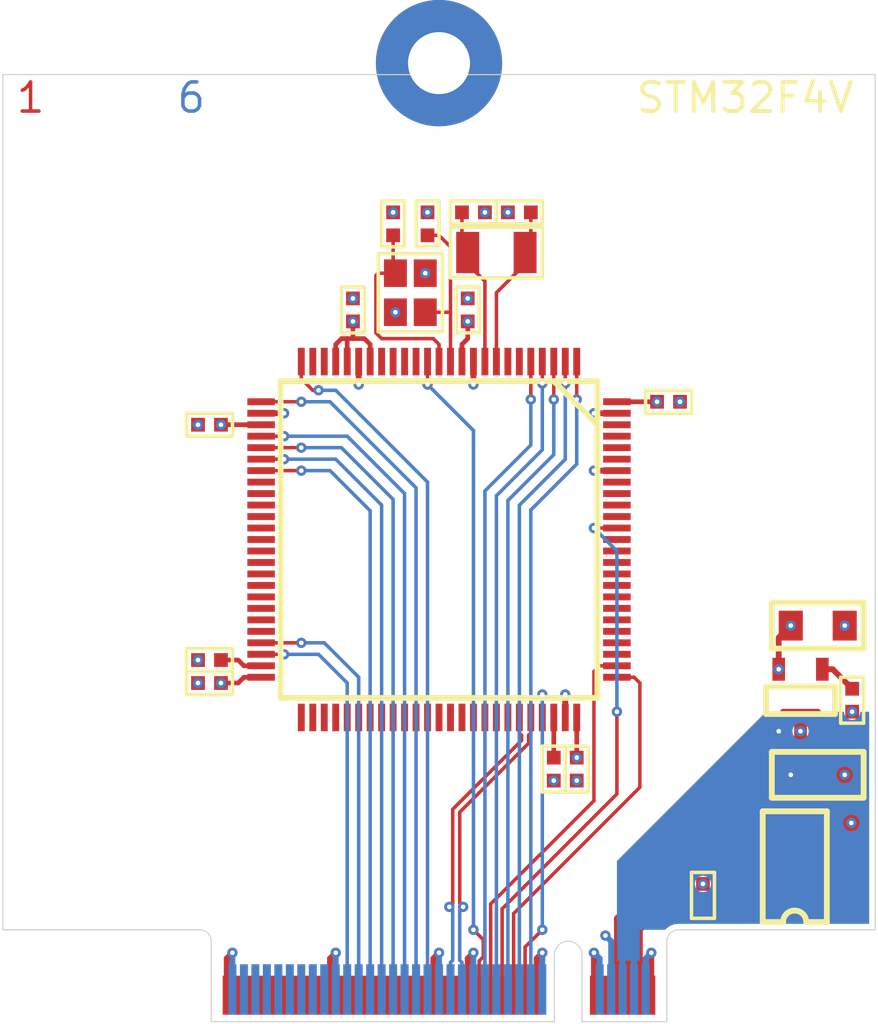
<source format=kicad_pcb>
(kicad_pcb (version 20240108) (generator "pcbnew") (generator_version "8.0")
  (layers (0 "F.Cu" signal "Top Layer") (1 "In1.Cu" signal "Signal Layer 1") (2 "In2.Cu" signal "Signal Layer 2") (3 "In3.Cu" signal "Signal Layer 3") (4 "In4.Cu" signal "Signal Layer 4") (31 "B.Cu" signal "Bottom Layer") (34 "B.Paste" user "Bottom Paste") (35 "F.Paste" user "Top Paste") (36 "B.SilkS" user "Bottom Overlay") (37 "F.SilkS" user "Top Overlay") (38 "B.Mask" user "Bottom Solder") (39 "F.Mask" user "Top Solder") (44 "Edge.Cuts" user))
  (net 0 "")
  (net 1 "VIN")
  (net 2 "TRACED3")
  (net 3 "TRACED2")
  (net 4 "TRACED1")
  (net 5 "TRACED0")
  (net 6 "TRACECLK")
  (net 7 "NRST")
  (net 8 "JTMS")
  (net 9 "JTDO")
  (net 10 "JTDI")
  (net 11 "JTCK")
  (net 12 "GPIO7")
  (net 13 "GPIO6")
  (net 14 "GPIO5")
  (net 15 "GPIO4")
  (net 16 "GPIO3")
  (net 17 "GPIO2")
  (net 18 "GPIO1")
  (net 19 "GPIO0")
  (net 20 "D_P")
  (net 21 "D_N")
  (net 22 "GND")
  (net 23 "MGMT_SCL")
  (net 24 "MGMT_SDA")
  (net 25 "VMGMT")
  (net 26 "NetC2_2")
  (net 27 "NetC3_2")
  (net 28 "NetC8_1")
  (net 29 "NetC9_1")
  (net 30 "NetC15_2")
  (net 31 "NetC16_2")
  (net 32 "NetC17_2")
  (net 33 "V3.3")
  (footprint "misc.IntLib:0402" (layer "F.Cu") (at 158.5011 98.6286 180)
    (property "Reference" "C5" (hide yes))
    (property "Value" "100n" (hide yes))
  )
  (footprint "misc.IntLib:XTAL-2520-4SMD" (layer "F.Cu") (at 147.2511 93.8786 90)
    (property "Reference" "Y1" (hide yes))
    (property "Value" "12MHz" (hide yes))
  )
  (footprint "misc.IntLib:0402" (layer "F.Cu") (at 154.5011 114.6286 90)
    (property "Reference" "C10" (hide yes))
    (property "Value" "100n" (hide yes))
  )
  (footprint "misc.IntLib:0402" (layer "F.Cu") (at 152.0011 90.3786)
    (property "Reference" "C17" (hide yes))
    (property "Value" "22p" (hide yes))
  )
  (footprint "misc.IntLib:SOT23-5" (layer "F.Cu") (at 164.2511 111.6286)
    (property "Reference" "U3" (hide yes))
    (property "Value" "RT9193-33" (hide yes))
  )
  (footprint "misc.IntLib:0402" (layer "F.Cu") (at 138.5011 109.8786)
    (property "Reference" "C3" (hide yes))
    (property "Value" "2.2u" (hide yes))
  )
  (footprint "misc.IntLib:0402" (layer "F.Cu") (at 150.0011 90.3786 180)
    (property "Reference" "C16" (hide yes))
    (property "Value" "22p" (hide yes))
  )
  (footprint "misc.IntLib:SO8" (layer "F.Cu") (at 164.0011 118.8786 90)
    (property "Reference" "U1" (hide yes))
    (property "Value" "24Cxx" (hide yes))
  )
  (footprint "misc.IntLib:0402" (layer "F.Cu") (at 138.5011 99.6286)
    (property "Reference" "C11" (hide yes))
    (property "Value" "100n" (hide yes))
  )
  (footprint "misc.IntLib:0402" (layer "F.Cu") (at 160.0011 120.1286 -90)
    (property "Reference" "C1" (hide yes))
    (property "Value" "100nF" (hide yes))
  )
  (footprint "misc.IntLib:M.2_B_EDGE" (layer "F.Cu") (at 148.5011 121.6286)
    (property "Reference" "P1" (hide yes))
    (property "Value" "M.2_B" (hide yes))
  )
  (footprint "misc.IntLib:0402" (layer "F.Cu") (at 138.5011 110.8786)
    (property "Reference" "C12" (hide yes))
    (property "Value" "100n" (hide yes))
  )
  (footprint "misc.IntLib:0402" (layer "F.Cu") (at 144.7511 94.6286 -90)
    (property "Reference" "C6" (hide yes))
    (property "Value" "100n" (hide yes))
  )
  (footprint "misc.IntLib:XTAL-3215" (layer "F.Cu") (at 151.0011 92.1286)
    (property "Reference" "Y2" (hide yes))
    (property "Value" "32.768kHz" (hide yes))
  )
  (footprint "misc.IntLib:0805" (layer "F.Cu") (at 165.0011 114.8786 180)
    (property "Reference" "C13" (hide yes))
    (property "Value" "22uF" (hide yes))
  )
  (footprint "misc.IntLib:0402" (layer "F.Cu") (at 146.5011 90.8786 90)
    (property "Reference" "C9" (hide yes))
    (property "Value" "10p" (hide yes))
  )
  (footprint "misc.IntLib:QFP100" (layer "F.Cu") (at 148.5011 104.6286 180)
    (property "Reference" "U2" (hide yes))
    (property "Value" "STM32F407VG" (hide yes))
  )
  (footprint "misc.IntLib:0402" (layer "F.Cu") (at 153.5011 114.6286 90)
    (property "Reference" "C2" (hide yes))
    (property "Value" "2.2u" (hide yes))
  )
  (footprint "misc.IntLib:0402" (layer "F.Cu") (at 148.0011 90.8786 90)
    (property "Reference" "C8" (hide yes))
    (property "Value" "10p" (hide yes))
  )
  (footprint "" (layer "F.Cu") (at 148.5011 83.8786)
    (property "Reference" "")
    (property "Value" "")
  )
  (footprint "misc.IntLib:0402" (layer "F.Cu") (at 149.7511 94.6286 -90)
    (property "Reference" "C4" (hide yes))
    (property "Value" "100n" (hide yes))
  )
  (footprint "misc.IntLib:0805" (layer "F.Cu") (at 165.0011 108.3786 180)
    (property "Reference" "C14" (hide yes))
    (property "Value" "22uF" (hide yes))
  )
  (footprint "misc.IntLib:0402" (layer "F.Cu") (at 166.5011 111.6286 90)
    (property "Reference" "C15" (hide yes))
    (property "Value" "100nF" (hide yes))
  )
  (gr_arc (start 138.0761 121.6286) (mid 138.429653 121.775047) (end 138.5761 122.1286) (stroke (width 0.05)) (layer "Edge.Cuts"))
  (gr_line (start 129.5011 84.3786) (end 167.5011 84.3786) (stroke (width 0.05)) (layer "Edge.Cuts"))
  (gr_line (start 153.5261 122.7286) (end 153.5261 125.6286) (stroke (width 0.05)) (layer "Edge.Cuts"))
  (gr_line (start 153.5261 125.6286) (end 138.5761 125.6286) (stroke (width 0.05)) (layer "Edge.Cuts"))
  (gr_line (start 167.5011 84.3786) (end 167.5011 121.6286) (stroke (width 0.05)) (layer "Edge.Cuts"))
  (gr_line (start 167.5011 121.6286) (end 158.9261 121.6286) (stroke (width 0.05)) (layer "Edge.Cuts"))
  (gr_line (start 129.5011 121.6286) (end 129.5011 84.3786) (stroke (width 0.05)) (layer "Edge.Cuts"))
  (gr_arc (start 153.5261 122.7286) (mid 153.701836 122.304336) (end 154.1261 122.1286) (stroke (width 0.05)) (layer "Edge.Cuts"))
  (gr_arc (start 158.4261 122.1286) (mid 158.572547 121.775047) (end 158.9261 121.6286) (stroke (width 0.05)) (layer "Edge.Cuts"))
  (gr_line (start 138.0761 121.6286) (end 129.5011 121.6286) (stroke (width 0.05)) (layer "Edge.Cuts"))
  (gr_line (start 158.4261 122.1286) (end 158.4261 125.6286) (stroke (width 0.05)) (layer "Edge.Cuts"))
  (gr_arc (start 154.1261 122.1286) (mid 154.550364 122.304336) (end 154.7261 122.7286) (stroke (width 0.05)) (layer "Edge.Cuts"))
  (gr_line (start 154.7261 125.6286) (end 154.7261 122.7286) (stroke (width 0.05)) (layer "Edge.Cuts"))
  (gr_line (start 158.4261 125.6286) (end 154.7261 125.6286) (stroke (width 0.05)) (layer "Edge.Cuts"))
  (gr_line (start 138.5761 125.6286) (end 138.5761 122.1286) (stroke (width 0.05)) (layer "Edge.Cuts"))
  (gr_text "1" (at 130.0011 86.1286 360) (layer "F.Cu") (effects (font (size 1.27 1.27) (thickness 0.1524)) (justify left bottom)))
  (gr_text "6" (at 137.0011 86.1286 360) (layer "B.Cu") (effects (font (size 1.27 1.27) (thickness 0.1524)) (justify left bottom)))
  (gr_text "STM32F4V" (at 157.0011 86.1286 0) (layer "F.SilkS") (effects (font (size 1.27 1.27) (thickness 0.1778)) (justify left bottom)))
  (segment (start 163.3011 114.3536) (end 163.8261 114.8786) (width 0.254) (layer "F.Cu") (net 1))
  (segment (start 163.5011 112.1286) (end 165.0011 112.1286) (width 0.254) (layer "F.Cu") (net 1))
  (segment (start 165.0011 112.1286) (end 165.2011 112.3286) (width 0.254) (layer "F.Cu") (net 1))
  (segment (start 163.2511 112.9286) (end 163.2511 112.3786) (width 0.254) (layer "F.Cu") (net 1))
  (segment (start 163.2511 112.3786) (end 163.5011 112.1286) (width 0.254) (layer "F.Cu") (net 1))
  (segment (start 163.2511 112.9286) (end 163.3011 112.9786) (width 0.254) (layer "F.Cu") (net 1))
  (segment (start 163.3011 114.3536) (end 163.3011 112.9786) (width 0.254) (layer "F.Cu") (net 1))
  (segment (start 165.2011 112.9786) (end 165.2011 112.3286) (width 0.254) (layer "F.Cu") (net 1))
  (via (at 163.8261 114.8786) (size 0.45) (drill 0.2) (layers "F.Cu" "B.Cu") (net 1))
  (via (at 163.3011 112.9786) (size 0.45) (drill 0.2) (layers "F.Cu" "B.Cu") (net 1))
  (segment (start 152.5011 98.5286) (end 152.5011 96.8786) (width 0.1524) (layer "F.Cu") (net 2))
  (via (at 152.5011 98.5286) (size 0.45) (drill 0.2) (layers "F.Cu" "B.Cu") (net 2))
  (segment (start 152.5011 100.51438) (end 152.5011 98.5286) (width 0.1524) (layer "B.Cu") (net 2))
  (segment (start 150.5011 124.2286) (end 150.5011 102.51438) (width 0.1524) (layer "B.Cu") (net 2))
  (segment (start 150.5011 102.51438) (end 152.5011 100.51438) (width 0.1524) (layer "B.Cu") (net 2))
  (segment (start 153.0011 97.8286) (end 153.0011 96.8786) (width 0.1524) (layer "F.Cu") (net 3))
  (via (at 153.0011 97.8286) (size 0.45) (drill 0.2) (layers "F.Cu" "B.Cu") (net 3))
  (segment (start 151.0011 124.2286) (end 151.0011 102.72149) (width 0.1524) (layer "B.Cu") (net 3))
  (segment (start 153.0011 100.72149) (end 153.0011 97.8286) (width 0.1524) (layer "B.Cu") (net 3))
  (segment (start 151.0011 102.72149) (end 153.0011 100.72149) (width 0.1524) (layer "B.Cu") (net 3))
  (segment (start 153.5011 98.5286) (end 153.5011 96.8786) (width 0.1524) (layer "F.Cu") (net 4))
  (via (at 153.5011 98.5286) (size 0.45) (drill 0.2) (layers "F.Cu" "B.Cu") (net 4))
  (segment (start 153.5011 100.9286) (end 153.5011 98.5286) (width 0.1524) (layer "B.Cu") (net 4))
  (segment (start 151.5011 124.2286) (end 151.5011 102.9286) (width 0.1524) (layer "B.Cu") (net 4))
  (segment (start 151.5011 102.9286) (end 153.5011 100.9286) (width 0.1524) (layer "B.Cu") (net 4))
  (segment (start 154.0011 97.8286) (end 154.0011 96.8786) (width 0.1524) (layer "F.Cu") (net 5))
  (via (at 154.0011 97.8286) (size 0.45) (drill 0.2) (layers "F.Cu" "B.Cu") (net 5))
  (segment (start 152.0011 103.13571) (end 154.0011 101.13571) (width 0.1524) (layer "B.Cu") (net 5))
  (segment (start 154.0011 101.13571) (end 154.0011 97.8286) (width 0.1524) (layer "B.Cu") (net 5))
  (segment (start 152.0011 124.2286) (end 152.0011 103.13571) (width 0.1524) (layer "B.Cu") (net 5))
  (segment (start 154.5011 98.5286) (end 154.5011 96.8786) (width 0.1524) (layer "F.Cu") (net 6))
  (via (at 154.5011 98.5286) (size 0.45) (drill 0.2) (layers "F.Cu" "B.Cu") (net 6))
  (segment (start 152.5011 103.34281) (end 154.5011 101.34281) (width 0.1524) (layer "B.Cu") (net 6))
  (segment (start 152.5011 124.2286) (end 152.5011 103.34281) (width 0.1524) (layer "B.Cu") (net 6))
  (segment (start 154.5011 101.34281) (end 154.5011 98.5286) (width 0.1524) (layer "B.Cu") (net 6))
  (segment (start 150.0011 121.6286) (end 150.4293 122.0568) (width 0.1524) (layer "F.Cu") (net 7))
  (segment (start 150.2511 122.98416) (end 150.4293 122.80596) (width 0.1524) (layer "F.Cu") (net 7))
  (segment (start 150.4293 122.80596) (end 150.4293 122.0568) (width 0.1524) (layer "F.Cu") (net 7))
  (segment (start 150.2511 124.4786) (end 150.2511 122.98416) (width 0.1524) (layer "F.Cu") (net 7))
  (segment (start 148.0011 97.8786) (end 148.0011 96.8786) (width 0.1524) (layer "F.Cu") (net 7))
  (via (at 150.0011 121.6286) (size 0.45) (drill 0.2) (layers "F.Cu" "B.Cu") (net 7))
  (via (at 148.0011 97.8786) (size 0.45) (drill 0.2) (layers "F.Cu" "B.Cu") (net 7))
  (segment (start 148.0011 97.8786) (end 150.0011 99.8786) (width 0.1524) (layer "B.Cu") (net 7))
  (segment (start 150.0011 121.6286) (end 150.0011 99.8786) (width 0.1524) (layer "B.Cu") (net 7))
  (segment (start 152.2511 124.4786) (end 152.2511 122.3786) (width 0.1524) (layer "F.Cu") (net 8))
  (segment (start 152.2511 122.3786) (end 153.0011 121.6286) (width 0.1524) (layer "F.Cu") (net 8))
  (segment (start 153.0011 112.3786) (end 153.0011 111.3786) (width 0.1524) (layer "F.Cu") (net 8))
  (via (at 153.0011 111.3786) (size 0.45) (drill 0.2) (layers "F.Cu" "B.Cu") (net 8))
  (via (at 153.0011 121.6286) (size 0.45) (drill 0.2) (layers "F.Cu" "B.Cu") (net 8))
  (segment (start 153.0011 111.3786) (end 153.0011 111.3786) (width 0.1524) (layer "B.Cu") (net 8))
  (segment (start 153.0011 121.6286) (end 153.0011 111.3786) (width 0.1524) (layer "B.Cu") (net 8))
  (segment (start 151.2511 120.71439) (end 156.2511 115.71439) (width 0.1524) (layer "F.Cu") (net 9))
  (segment (start 156.2511 115.71439) (end 156.2511 112.1286) (width 0.1524) (layer "F.Cu") (net 9))
  (segment (start 156.2511 104.1286) (end 156.2511 104.1286) (width 0.1524) (layer "F.Cu") (net 9))
  (segment (start 155.2511 104.1286) (end 156.2511 104.1286) (width 0.1524) (layer "F.Cu") (net 9))
  (segment (start 151.2511 124.4786) (end 151.2511 120.71439) (width 0.1524) (layer "F.Cu") (net 9))
  (via (at 155.2511 104.1286) (size 0.45) (drill 0.2) (layers "F.Cu" "B.Cu") (net 9))
  (via (at 156.2511 112.1286) (size 0.45) (drill 0.2) (layers "F.Cu" "B.Cu") (net 9))
  (segment (start 156.2511 112.1286) (end 156.2511 105.1286) (width 0.1524) (layer "B.Cu") (net 9))
  (segment (start 155.2511 104.1286) (end 156.2511 105.1286) (width 0.1524) (layer "B.Cu") (net 9))
  (segment (start 155.5011 110.1286) (end 156.2511 110.1286) (width 0.1524) (layer "F.Cu") (net 10))
  (segment (start 155.2511 116.00728) (end 155.2511 110.3786) (width 0.1524) (layer "F.Cu") (net 10))
  (segment (start 150.7511 124.4786) (end 150.7511 120.50728) (width 0.1524) (layer "F.Cu") (net 10))
  (segment (start 150.7511 120.50728) (end 155.2511 116.00728) (width 0.1524) (layer "F.Cu") (net 10))
  (segment (start 155.2511 110.3786) (end 155.5011 110.1286) (width 0.1524) (layer "F.Cu") (net 10))
  (segment (start 157.2511 115.42149) (end 157.2511 110.8786) (width 0.1524) (layer "F.Cu") (net 11))
  (segment (start 157.0011 110.6286) (end 157.2511 110.8786) (width 0.1524) (layer "F.Cu") (net 11))
  (segment (start 151.7511 124.4786) (end 151.7511 120.92149) (width 0.1524) (layer "F.Cu") (net 11))
  (segment (start 151.7511 120.92149) (end 157.2511 115.42149) (width 0.1524) (layer "F.Cu") (net 11))
  (segment (start 156.2511 110.6286) (end 157.0011 110.6286) (width 0.1524) (layer "F.Cu") (net 11))
  (segment (start 140.7511 109.6286) (end 141.7511 109.6286) (width 0.1524) (layer "F.Cu") (net 12))
  (via (at 141.7511 109.6286) (size 0.45) (drill 0.2) (layers "F.Cu" "B.Cu") (net 12))
  (segment (start 144.5011 124.2286) (end 144.5011 110.8786) (width 0.1524) (layer "B.Cu") (net 12))
  (segment (start 143.2511 109.6286) (end 144.5011 110.8786) (width 0.1524) (layer "B.Cu") (net 12))
  (segment (start 141.7511 109.6286) (end 143.2511 109.6286) (width 0.1524) (layer "B.Cu") (net 12))
  (segment (start 140.7511 109.1286) (end 142.5011 109.1286) (width 0.1524) (layer "F.Cu") (net 13))
  (via (at 142.5011 109.1286) (size 0.45) (drill 0.2) (layers "F.Cu" "B.Cu") (net 13))
  (segment (start 143.5011 109.1286) (end 145.0011 110.6286) (width 0.1524) (layer "B.Cu") (net 13))
  (segment (start 145.0011 124.2286) (end 145.0011 110.6286) (width 0.1524) (layer "B.Cu") (net 13))
  (segment (start 142.5011 109.1286) (end 143.5011 109.1286) (width 0.1524) (layer "B.Cu") (net 13))
  (segment (start 140.7511 101.6286) (end 142.5011 101.6286) (width 0.1524) (layer "F.Cu") (net 14))
  (via (at 142.5011 101.6286) (size 0.45) (drill 0.2) (layers "F.Cu" "B.Cu") (net 14))
  (segment (start 142.5011 101.6286) (end 143.7511 101.6286) (width 0.1524) (layer "B.Cu") (net 14))
  (segment (start 143.7511 101.6286) (end 145.5011 103.3786) (width 0.1524) (layer "B.Cu") (net 14))
  (segment (start 145.5011 124.2286) (end 145.5011 103.3786) (width 0.1524) (layer "B.Cu") (net 14))
  (segment (start 140.7511 101.1286) (end 141.7511 101.1286) (width 0.1524) (layer "F.Cu") (net 15))
  (via (at 141.7511 101.1286) (size 0.45) (drill 0.2) (layers "F.Cu" "B.Cu") (net 15))
  (segment (start 141.7511 101.1286) (end 144.0011 101.1286) (width 0.1524) (layer "B.Cu") (net 15))
  (segment (start 146.0011 124.2286) (end 146.0011 103.1286) (width 0.1524) (layer "B.Cu") (net 15))
  (segment (start 144.0011 101.1286) (end 146.0011 103.1286) (width 0.1524) (layer "B.Cu") (net 15))
  (segment (start 140.7511 100.6286) (end 142.5011 100.6286) (width 0.1524) (layer "F.Cu") (net 16))
  (via (at 142.5011 100.6286) (size 0.45) (drill 0.2) (layers "F.Cu" "B.Cu") (net 16))
  (segment (start 146.5011 124.2286) (end 146.5011 102.8786) (width 0.1524) (layer "B.Cu") (net 16))
  (segment (start 144.2511 100.6286) (end 146.5011 102.8786) (width 0.1524) (layer "B.Cu") (net 16))
  (segment (start 142.5011 100.6286) (end 144.2511 100.6286) (width 0.1524) (layer "B.Cu") (net 16))
  (segment (start 140.7511 100.1286) (end 141.7511 100.1286) (width 0.1524) (layer "F.Cu") (net 17))
  (via (at 141.7511 100.1286) (size 0.45) (drill 0.2) (layers "F.Cu" "B.Cu") (net 17))
  (segment (start 141.7511 100.1286) (end 144.5011 100.1286) (width 0.1524) (layer "B.Cu") (net 17))
  (segment (start 147.0011 124.2286) (end 147.0011 102.6286) (width 0.1524) (layer "B.Cu") (net 17))
  (segment (start 144.5011 100.1286) (end 147.0011 102.6286) (width 0.1524) (layer "B.Cu") (net 17))
  (segment (start 140.7511 98.6286) (end 142.5011 98.6286) (width 0.1524) (layer "F.Cu") (net 18))
  (via (at 142.5011 98.6286) (size 0.45) (drill 0.2) (layers "F.Cu" "B.Cu") (net 18))
  (segment (start 142.5011 98.6286) (end 143.7511 98.6286) (width 0.1524) (layer "B.Cu") (net 18))
  (segment (start 143.7511 98.6286) (end 147.5011 102.3786) (width 0.1524) (layer "B.Cu") (net 18))
  (segment (start 147.5011 124.2286) (end 147.5011 102.3786) (width 0.1524) (layer "B.Cu") (net 18))
  (segment (start 143.0011 98.1286) (end 143.2511 98.1286) (width 0.1524) (layer "F.Cu") (net 19))
  (segment (start 142.5011 97.6286) (end 143.0011 98.1286) (width 0.1524) (layer "F.Cu") (net 19))
  (segment (start 142.5011 97.6286) (end 142.5011 96.8786) (width 0.1524) (layer "F.Cu") (net 19))
  (via (at 143.2511 98.1286) (size 0.45) (drill 0.2) (layers "F.Cu" "B.Cu") (net 19))
  (segment (start 144.0011 98.1286) (end 148.0011 102.1286) (width 0.1524) (layer "B.Cu") (net 19))
  (segment (start 143.2511 98.1286) (end 144.0011 98.1286) (width 0.1524) (layer "B.Cu") (net 19))
  (segment (start 148.0011 124.2286) (end 148.0011 102.1286) (width 0.1524) (layer "B.Cu") (net 19))
  (segment (start 152.4035 113.1524) (end 152.5011 113.0548) (width 0.1524) (layer "F.Cu") (net 20))
  (segment (start 149.4035 120.47979) (end 149.4035 116.50485) (width 0.1524) (layer "F.Cu") (net 20))
  (segment (start 152.4035 113.50485) (end 152.4035 113.1524) (width 0.1524) (layer "F.Cu") (net 20))
  (segment (start 149.4035 120.47979) (end 149.5523 120.6286) (width 0.1524) (layer "F.Cu") (net 20))
  (segment (start 149.4035 116.50485) (end 152.4035 113.50485) (width 0.1524) (layer "F.Cu") (net 20))
  (segment (start 152.5011 113.0548) (end 152.5011 112.3786) (width 0.1524) (layer "F.Cu") (net 20))
  (via (at 149.5523 120.6286) (size 0.45) (drill 0.2) (layers "F.Cu" "B.Cu") (net 20))
  (segment (start 149.4035 120.7774) (end 149.5523 120.6286) (width 0.1524) (layer "B.Cu") (net 20))
  (segment (start 149.5011 124.2286) (end 149.5011 123.0524) (width 0.1524) (layer "B.Cu") (net 20))
  (segment (start 149.4035 122.9548) (end 149.4035 120.7774) (width 0.1524) (layer "B.Cu") (net 20))
  (segment (start 149.4035 122.9548) (end 149.5011 123.0524) (width 0.1524) (layer "B.Cu") (net 20))
  (segment (start 152.0011 113.0548) (end 152.0011 112.3786) (width 0.1524) (layer "F.Cu") (net 21))
  (segment (start 149.0987 120.47979) (end 149.0987 116.3786) (width 0.1524) (layer "F.Cu") (net 21))
  (segment (start 152.0987 113.3786) (end 152.0987 113.1524) (width 0.1524) (layer "F.Cu") (net 21))
  (segment (start 148.9499 120.6286) (end 149.0987 120.47979) (width 0.1524) (layer "F.Cu") (net 21))
  (segment (start 149.0987 116.3786) (end 152.0987 113.3786) (width 0.1524) (layer "F.Cu") (net 21))
  (segment (start 152.0011 113.0548) (end 152.0987 113.1524) (width 0.1524) (layer "F.Cu") (net 21))
  (via (at 148.9499 120.6286) (size 0.45) (drill 0.2) (layers "F.Cu" "B.Cu") (net 21))
  (segment (start 148.9499 120.6286) (end 149.0987 120.7774) (width 0.1524) (layer "B.Cu") (net 21))
  (segment (start 149.0011 124.2286) (end 149.0011 123.0524) (width 0.1524) (layer "B.Cu") (net 21))
  (segment (start 149.0987 122.9548) (end 149.0987 120.7774) (width 0.1524) (layer "B.Cu") (net 21))
  (segment (start 149.0011 123.0524) (end 149.0987 122.9548) (width 0.1524) (layer "B.Cu") (net 21))
  (segment (start 155.2511 99.1286) (end 156.2511 99.1286) (width 0.254) (layer "F.Cu") (net 22))
  (segment (start 155.2511 101.6286) (end 156.2511 101.6286) (width 0.254) (layer "F.Cu") (net 22))
  (segment (start 143.7511 124.4786) (end 143.7511 122.8786) (width 0.254) (layer "F.Cu") (net 22))
  (segment (start 149.7511 124.4786) (end 149.7511 122.8786) (width 0.254) (layer "F.Cu") (net 22))
  (segment (start 149.7511 122.8786) (end 150.0011 122.6286) (width 0.254) (layer "F.Cu") (net 22))
  (segment (start 155.2511 124.4786) (end 155.2511 122.6286) (width 0.254) (layer "F.Cu") (net 22))
  (segment (start 150.0011 97.8786) (end 150.0011 96.8786) (width 0.254) (layer "F.Cu") (net 22))
  (segment (start 154.0011 112.3786) (end 154.0011 111.3786) (width 0.254) (layer "F.Cu") (net 22))
  (segment (start 139.2511 122.8786) (end 139.5011 122.6286) (width 0.254) (layer "F.Cu") (net 22))
  (segment (start 139.2511 124.4786) (end 139.2511 122.8786) (width 0.254) (layer "F.Cu") (net 22))
  (segment (start 143.7511 122.8786) (end 144.0011 122.6286) (width 0.254) (layer "F.Cu") (net 22))
  (segment (start 148.2511 122.8786) (end 148.5011 122.6286) (width 0.254) (layer "F.Cu") (net 22))
  (segment (start 152.7511 122.8786) (end 153.0011 122.6286) (width 0.254) (layer "F.Cu") (net 22))
  (segment (start 157.7511 124.4786) (end 157.7511 122.6286) (width 0.254) (layer "F.Cu") (net 22))
  (segment (start 140.7511 99.1286) (end 141.7511 99.1286) (width 0.254) (layer "F.Cu") (net 22))
  (segment (start 152.7511 124.4786) (end 152.7511 122.8786) (width 0.254) (layer "F.Cu") (net 22))
  (segment (start 148.2511 124.4786) (end 148.2511 122.8786) (width 0.254) (layer "F.Cu") (net 22))
  (segment (start 145.0011 97.8786) (end 145.0011 96.8786) (width 0.254) (layer "F.Cu") (net 22))
  (via (at 147.9011 93.0286) (size 0.45) (drill 0.2) (layers "F.Cu" "B.Cu") (net 22))
  (via (at 138.0011 99.6286) (size 0.45) (drill 0.2) (layers "F.Cu" "B.Cu") (net 22))
  (via (at 153.0011 122.6286) (size 0.45) (drill 0.2) (layers "F.Cu" "B.Cu") (net 22))
  (via (at 150.5011 90.3786) (size 0.45) (drill 0.2) (layers "F.Cu" "B.Cu") (net 22))
  (via (at 151.5011 90.3786) (size 0.45) (drill 0.2) (layers "F.Cu" "B.Cu") (net 22))
  (via (at 146.5011 90.3786) (size 0.45) (drill 0.2) (layers "F.Cu" "B.Cu") (net 22))
  (via (at 166.1761 114.8786) (size 0.45) (drill 0.2) (layers "F.Cu" "B.Cu") (net 22))
  (via (at 138.0011 109.8786) (size 0.45) (drill 0.2) (layers "F.Cu" "B.Cu") (net 22))
  (via (at 154.5011 115.1286) (size 0.45) (drill 0.2) (layers "F.Cu" "B.Cu") (net 22))
  (via (at 160.0011 119.6286) (size 0.45) (drill 0.2) (layers "F.Cu" "B.Cu") (net 22))
  (via (at 145.0011 97.8786) (size 0.45) (drill 0.2) (layers "F.Cu" "B.Cu") (net 22))
  (via (at 166.4649 116.9736) (size 0.45) (drill 0.2) (layers "F.Cu" "B.Cu") (net 22))
  (via (at 166.1761 108.3786) (size 0.45) (drill 0.2) (layers "F.Cu" "B.Cu") (net 22))
  (via (at 141.7511 99.1286) (size 0.45) (drill 0.2) (layers "F.Cu" "B.Cu") (net 22))
  (via (at 153.5011 115.1286) (size 0.45) (drill 0.2) (layers "F.Cu" "B.Cu") (net 22))
  (via (at 148.5011 122.6286) (size 0.45) (drill 0.2) (layers "F.Cu" "B.Cu") (net 22))
  (via (at 144.7511 94.1286) (size 0.45) (drill 0.2) (layers "F.Cu" "B.Cu") (net 22))
  (via (at 155.2511 99.1286) (size 0.45) (drill 0.2) (layers "F.Cu" "B.Cu") (net 22))
  (via (at 159.0011 98.6286) (size 0.45) (drill 0.2) (layers "F.Cu" "B.Cu") (net 22))
  (via (at 139.5011 122.6286) (size 0.45) (drill 0.2) (layers "F.Cu" "B.Cu") (net 22))
  (via (at 148.0011 90.3786) (size 0.45) (drill 0.2) (layers "F.Cu" "B.Cu") (net 22))
  (via (at 150.0011 97.8786) (size 0.45) (drill 0.2) (layers "F.Cu" "B.Cu") (net 22))
  (via (at 144.0011 122.6286) (size 0.45) (drill 0.2) (layers "F.Cu" "B.Cu") (net 22))
  (via (at 150.0011 122.6286) (size 0.45) (drill 0.2) (layers "F.Cu" "B.Cu") (net 22))
  (via (at 146.6011 94.7286) (size 0.45) (drill 0.2) (layers "F.Cu" "B.Cu") (net 22))
  (via (at 164.2511 112.9786) (size 0.45) (drill 0.2) (layers "F.Cu" "B.Cu") (net 22))
  (via (at 157.7511 122.6286) (size 0.45) (drill 0.2) (layers "F.Cu" "B.Cu") (net 22))
  (via (at 154.0011 111.3786) (size 0.45) (drill 0.2) (layers "F.Cu" "B.Cu") (net 22))
  (via (at 155.2511 101.6286) (size 0.45) (drill 0.2) (layers "F.Cu" "B.Cu") (net 22))
  (via (at 166.5011 112.1286) (size 0.45) (drill 0.2) (layers "F.Cu" "B.Cu") (net 22))
  (via (at 149.7511 94.1286) (size 0.45) (drill 0.2) (layers "F.Cu" "B.Cu") (net 22))
  (via (at 155.2511 122.6286) (size 0.45) (drill 0.2) (layers "F.Cu" "B.Cu") (net 22))
  (via (at 138.0011 110.8786) (size 0.45) (drill 0.2) (layers "F.Cu" "B.Cu") (net 22))
  (segment (start 150.0011 124.2286) (end 150.0011 122.6286) (width 0.254) (layer "B.Cu") (net 22))
  (segment (start 153.0011 124.2286) (end 153.0011 122.6286) (width 0.254) (layer "B.Cu") (net 22))
  (segment (start 144.0011 124.2286) (end 144.0011 122.6286) (width 0.254) (layer "B.Cu") (net 22))
  (segment (start 155.5011 124.2286) (end 155.5011 122.8786) (width 0.254) (layer "B.Cu") (net 22))
  (segment (start 155.2511 122.6286) (end 155.5011 122.8786) (width 0.254) (layer "B.Cu") (net 22))
  (segment (start 157.5011 122.8786) (end 157.7511 122.6286) (width 0.254) (layer "B.Cu") (net 22))
  (segment (start 157.5011 124.2286) (end 157.5011 122.8786) (width 0.254) (layer "B.Cu") (net 22))
  (segment (start 139.5011 124.2286) (end 139.5011 122.6286) (width 0.254) (layer "B.Cu") (net 22))
  (segment (start 148.5011 124.2286) (end 148.5011 122.6286) (width 0.254) (layer "B.Cu") (net 22))
  (segment (start 159.8561 118.2736) (end 161.5373 118.2736) (width 0.254) (layer "F.Cu") (net 23))
  (segment (start 156.7511 121.3786) (end 159.8561 118.2736) (width 0.254) (layer "F.Cu") (net 23))
  (segment (start 156.7511 124.4786) (end 156.7511 121.3786) (width 0.254) (layer "F.Cu") (net 23))
  (segment (start 156.2511 121.1286) (end 160.4061 116.9736) (width 0.254) (layer "F.Cu") (net 24))
  (segment (start 160.4061 116.9736) (end 161.5373 116.9736) (width 0.254) (layer "F.Cu") (net 24))
  (segment (start 156.2511 124.4786) (end 156.2511 121.1286) (width 0.254) (layer "F.Cu") (net 24))
  (segment (start 157.2511 124.4786) (end 157.2511 121.6286) (width 0.254) (layer "F.Cu") (net 25))
  (segment (start 158.0961 120.7836) (end 161.5373 120.7836) (width 0.254) (layer "F.Cu") (net 25))
  (segment (start 157.2511 121.6286) (end 158.0961 120.7836) (width 0.254) (layer "F.Cu") (net 25))
  (segment (start 153.5011 114.1286) (end 153.5011 112.3786) (width 0.2032) (layer "F.Cu") (net 26))
  (segment (start 153.5011 112.3786) (end 153.5011 112.3786) (width 0.2032) (layer "F.Cu") (net 26))
  (segment (start 139.0011 109.8786) (end 139.7511 109.8786) (width 0.2032) (layer "F.Cu") (net 27))
  (segment (start 140.0011 110.1286) (end 140.7511 110.1286) (width 0.2032) (layer "F.Cu") (net 27))
  (segment (start 139.7511 109.8786) (end 140.0011 110.1286) (width 0.2032) (layer "F.Cu") (net 27))
  (segment (start 149.0011 94.7286) (end 149.0011 91.8786) (width 0.1524) (layer "F.Cu") (net 28))
  (segment (start 147.9011 94.7286) (end 149.0011 94.7286) (width 0.1524) (layer "F.Cu") (net 28))
  (segment (start 148.0011 91.3786) (end 148.5011 91.3786) (width 0.1524) (layer "F.Cu") (net 28))
  (segment (start 148.5011 91.3786) (end 149.0011 91.8786) (width 0.1524) (layer "F.Cu") (net 28))
  (segment (start 149.0011 96.8786) (end 149.0011 94.7286) (width 0.1524) (layer "F.Cu") (net 28))
  (segment (start 145.7511 95.6286) (end 146.0011 95.8786) (width 0.1524) (layer "F.Cu") (net 29))
  (segment (start 146.5011 92.9286) (end 146.6011 93.0286) (width 0.1524) (layer "F.Cu") (net 29))
  (segment (start 146.0011 95.8786) (end 148.2511 95.8786) (width 0.1524) (layer "F.Cu") (net 29))
  (segment (start 145.8511 93.0286) (end 146.6011 93.0286) (width 0.1524) (layer "F.Cu") (net 29))
  (segment (start 145.7511 93.1286) (end 145.8511 93.0286) (width 0.1524) (layer "F.Cu") (net 29))
  (segment (start 148.5011 96.8786) (end 148.5011 96.1286) (width 0.1524) (layer "F.Cu") (net 29))
  (segment (start 148.2511 95.8786) (end 148.5011 96.1286) (width 0.1524) (layer "F.Cu") (net 29))
  (segment (start 145.7511 95.6286) (end 145.7511 93.1286) (width 0.1524) (layer "F.Cu") (net 29))
  (segment (start 146.5011 92.9286) (end 146.5011 91.3786) (width 0.1524) (layer "F.Cu") (net 29))
  (segment (start 165.2011 110.2786) (end 165.6511 110.2786) (width 0.254) (layer "F.Cu") (net 30))
  (segment (start 165.6511 110.2786) (end 166.5011 111.1286) (width 0.254) (layer "F.Cu") (net 30))
  (segment (start 150.5011 96.8786) (end 150.5011 93.3786) (width 0.1524) (layer "F.Cu") (net 31))
  (segment (start 149.5011 91.8786) (end 149.7511 92.1286) (width 0.1524) (layer "F.Cu") (net 31))
  (segment (start 149.5011 91.8786) (end 149.5011 90.3786) (width 0.1524) (layer "F.Cu") (net 31))
  (segment (start 149.7511 92.6286) (end 150.5011 93.3786) (width 0.1524) (layer "F.Cu") (net 31))
  (segment (start 149.7511 92.6286) (end 149.7511 92.1286) (width 0.1524) (layer "F.Cu") (net 31))
  (segment (start 151.0011 96.8786) (end 151.0011 93.8786) (width 0.1524) (layer "F.Cu") (net 32))
  (segment (start 152.2511 92.1286) (end 152.5011 91.8786) (width 0.1524) (layer "F.Cu") (net 32))
  (segment (start 152.5011 91.8786) (end 152.5011 90.3786) (width 0.1524) (layer "F.Cu") (net 32))
  (segment (start 151.0011 93.8786) (end 152.2511 92.6286) (width 0.1524) (layer "F.Cu") (net 32))
  (segment (start 152.2511 92.6286) (end 152.2511 92.1286) (width 0.1524) (layer "F.Cu") (net 32))
  (segment (start 154.5011 114.1286) (end 154.5011 112.3786) (width 0.2032) (layer "F.Cu") (net 33))
  (segment (start 149.5011 96.8786) (end 149.5011 96.1286) (width 0.2032) (layer "F.Cu") (net 33))
  (segment (start 163.3011 110.2786) (end 163.3011 108.9036) (width 0.254) (layer "F.Cu") (net 33))
  (segment (start 144.5011 96.8786) (end 144.5011 95.8786) (width 0.2032) (layer "F.Cu") (net 33))
  (segment (start 139.7511 110.8786) (end 140.0011 110.6286) (width 0.2032) (layer "F.Cu") (net 33))
  (segment (start 139.0011 110.8786) (end 139.7511 110.8786) (width 0.2032) (layer "F.Cu") (net 33))
  (segment (start 145.2511 95.8786) (end 145.5011 96.1286) (width 0.2032) (layer "F.Cu") (net 33))
  (segment (start 163.3011 108.9036) (end 163.8261 108.3786) (width 0.254) (layer "F.Cu") (net 33))
  (segment (start 144.2511 95.8786) (end 144.5011 95.8786) (width 0.2032) (layer "F.Cu") (net 33))
  (segment (start 140.0011 110.6286) (end 140.7511 110.6286) (width 0.2032) (layer "F.Cu") (net 33))
  (segment (start 144.5011 95.8786) (end 144.7511 95.8786) (width 0.2032) (layer "F.Cu") (net 33))
  (segment (start 145.5011 96.8786) (end 145.5011 96.1286) (width 0.2032) (layer "F.Cu") (net 33))
  (segment (start 144.0011 96.8786) (end 144.0011 96.1286) (width 0.2032) (layer "F.Cu") (net 33))
  (segment (start 149.5011 96.1286) (end 149.7511 95.8786) (width 0.2032) (layer "F.Cu") (net 33))
  (segment (start 139.0011 99.6286) (end 140.7511 99.6286) (width 0.2032) (layer "F.Cu") (net 33))
  (segment (start 144.7511 95.8786) (end 144.7511 95.1286) (width 0.2032) (layer "F.Cu") (net 33))
  (segment (start 149.7511 95.8786) (end 149.7511 95.1286) (width 0.2032) (layer "F.Cu") (net 33))
  (segment (start 156.2511 98.6286) (end 158.0011 98.6286) (width 0.2032) (layer "F.Cu") (net 33))
  (segment (start 144.0011 96.1286) (end 144.2511 95.8786) (width 0.2032) (layer "F.Cu") (net 33))
  (segment (start 144.7511 95.8786) (end 145.2511 95.8786) (width 0.2032) (layer "F.Cu") (net 33))
  (via (at 139.0011 99.6286) (size 0.45) (drill 0.2) (layers "F.Cu" "B.Cu") (net 33))
  (via (at 149.7511 95.1286) (size 0.45) (drill 0.2) (layers "F.Cu" "B.Cu") (net 33))
  (via (at 163.8261 108.3786) (size 0.45) (drill 0.2) (layers "F.Cu" "B.Cu") (net 33))
  (via (at 154.5011 114.1286) (size 0.45) (drill 0.2) (layers "F.Cu" "B.Cu") (net 33))
  (via (at 158.0011 98.6286) (size 0.45) (drill 0.2) (layers "F.Cu" "B.Cu") (net 33))
  (via (at 139.0011 110.8786) (size 0.45) (drill 0.2) (layers "F.Cu" "B.Cu") (net 33))
  (via (at 144.7511 95.1286) (size 0.45) (drill 0.2) (layers "F.Cu" "B.Cu") (net 33))
  (via (at 155.7511 121.8786) (size 0.45) (drill 0.2) (layers "F.Cu" "B.Cu") (net 33))
  (via (at 163.3011 110.2786) (size 0.45) (drill 0.2) (layers "F.Cu" "B.Cu") (net 33))
  (segment (start 155.7511 121.8786) (end 156.0011 122.1286) (width 0.254) (layer "B.Cu") (net 33))
  (segment (start 156.0011 124.2286) (end 156.0011 122.1286) (width 0.254) (layer "B.Cu") (net 33))
  (zone (net 1) (net_name "VIN") (layer "B.Cu") (priority 2) (connect_pads (clearance 0.5)) (min_thickness 0.25) (fill yes (thermal_gap 0.1524) (thermal_bridge_width 0.254))
    (polygon (pts (xy 156.2511 124.3786) (xy 156.2511 118.6286) (xy 162.7511 112.1286) (xy 167.5011 112.1286) (xy 167.5011 121.6286) (xy 157.2511 121.6286) (xy 157.2511 124.3786)))
  )
)
</source>
